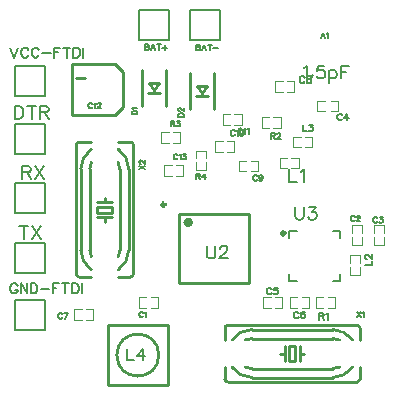
<source format=gto>
G04 Layer: TopSilkLayer*
G04 EasyEDA v6.1.34, Sat, 04 May 2019 03:32:15 GMT*
G04 a282187419204f9284f90a9f3713dfcb,c51538707a8b4a26ae849ea9e5911ac7,10*
G04 Gerber Generator version 0.2*
G04 Scale: 100 percent, Rotated: No, Reflected: No *
G04 Dimensions in millimeters *
G04 leading zeros omitted , absolute positions ,3 integer and 3 decimal *
%FSLAX33Y33*%
%MOMM*%
G90*
G71D02*

%ADD10C,0.254000*%
%ADD26C,0.101600*%
%ADD27C,0.200000*%
%ADD28C,0.203200*%
%ADD29C,0.202999*%
%ADD30C,0.299999*%
%ADD31C,0.399999*%
%ADD32C,0.152400*%

%LPD*%
G54D10*
G01X30480Y2286D02*
G01X30480Y1270D01*
G01X19050Y2286D02*
G01X19050Y1270D01*
G01X21336Y4699D02*
G01X28194Y4699D01*
G01X21336Y5461D02*
G01X28194Y5461D01*
G01X28194Y2159D02*
G01X21336Y2159D01*
G01X19304Y5842D02*
G01X30226Y5842D01*
G01X19050Y5588D02*
G01X19050Y4572D01*
G01X30480Y5588D02*
G01X30480Y4572D01*
G01X28194Y1397D02*
G01X21336Y1397D01*
G01X19304Y1016D02*
G01X30226Y1016D01*
G01X25019Y2794D02*
G01X25019Y4064D01*
G01X25019Y4064D02*
G01X24511Y4064D01*
G01X24511Y4064D02*
G01X24511Y2794D01*
G01X24511Y2794D02*
G01X25019Y2794D01*
G01X25400Y2794D02*
G01X25400Y3429D01*
G01X25400Y3429D02*
G01X25400Y4064D01*
G01X25400Y3429D02*
G01X25781Y3429D01*
G01X24130Y2794D02*
G01X24130Y3429D01*
G01X24130Y3429D02*
G01X24130Y4064D01*
G01X24130Y3429D02*
G01X23749Y3429D01*
G01X10033Y21336D02*
G01X11049Y21336D01*
G01X10033Y9906D02*
G01X11049Y9906D01*
G01X7620Y12192D02*
G01X7620Y19050D01*
G01X6858Y12192D02*
G01X6858Y19050D01*
G01X10160Y19050D02*
G01X10160Y12192D01*
G01X6477Y10160D02*
G01X6477Y21082D01*
G01X6731Y9906D02*
G01X7747Y9906D01*
G01X6731Y21336D02*
G01X7747Y21336D01*
G01X10922Y19050D02*
G01X10922Y12192D01*
G01X11303Y10160D02*
G01X11303Y21082D01*
G01X9525Y15875D02*
G01X8255Y15875D01*
G01X8255Y15875D02*
G01X8255Y15367D01*
G01X8255Y15367D02*
G01X9525Y15367D01*
G01X9525Y15367D02*
G01X9525Y15875D01*
G01X9525Y16256D02*
G01X8890Y16256D01*
G01X8890Y16256D02*
G01X8255Y16256D01*
G01X8890Y16256D02*
G01X8890Y16637D01*
G01X9525Y14986D02*
G01X8890Y14986D01*
G01X8890Y14986D02*
G01X8255Y14986D01*
G01X8890Y14986D02*
G01X8890Y14605D01*
G54D26*
G01X22928Y8178D02*
G01X22293Y8178D01*
G01X22293Y7315D01*
G01X22826Y7315D01*
G01X22928Y7315D01*
G01X23309Y7315D02*
G01X23919Y7315D01*
G01X23919Y8178D01*
G01X23385Y8178D01*
G01X23309Y8178D01*
G01X25585Y7315D02*
G01X26220Y7315D01*
G01X26220Y8178D01*
G01X25687Y8178D01*
G01X25585Y8178D01*
G01X25204Y8178D02*
G01X24594Y8178D01*
G01X24594Y7315D01*
G01X25128Y7315D01*
G01X25204Y7315D01*
G01X6926Y7162D02*
G01X6291Y7162D01*
G01X6291Y6299D01*
G01X6824Y6299D01*
G01X6926Y6299D01*
G01X7307Y6299D02*
G01X7917Y6299D01*
G01X7917Y7162D01*
G01X7383Y7162D01*
G01X7307Y7162D01*
G01X12387Y8178D02*
G01X11752Y8178D01*
G01X11752Y7315D01*
G01X12285Y7315D01*
G01X12387Y7315D01*
G01X12768Y7315D02*
G01X13378Y7315D01*
G01X13378Y8178D01*
G01X12844Y8178D01*
G01X12768Y8178D01*
G01X30657Y13647D02*
G01X30657Y14282D01*
G01X29794Y14282D01*
G01X29794Y13749D01*
G01X29794Y13647D01*
G01X29794Y13266D02*
G01X29794Y12656D01*
G01X30657Y12656D01*
G01X30657Y13190D01*
G01X30657Y13266D01*
G01X32562Y13647D02*
G01X32562Y14282D01*
G01X31699Y14282D01*
G01X31699Y13749D01*
G01X31699Y13647D01*
G01X31699Y13266D02*
G01X31699Y12656D01*
G01X32562Y12656D01*
G01X32562Y13190D01*
G01X32562Y13266D01*
G01X23944Y26466D02*
G01X23309Y26466D01*
G01X23309Y25603D01*
G01X23842Y25603D01*
G01X23944Y25603D01*
G01X24325Y25603D02*
G01X24935Y25603D01*
G01X24935Y26466D01*
G01X24401Y26466D01*
G01X24325Y26466D01*
G01X21267Y18872D02*
G01X21902Y18872D01*
G01X21902Y19735D01*
G01X21369Y19735D01*
G01X21267Y19735D01*
G01X20886Y19735D02*
G01X20276Y19735D01*
G01X20276Y18872D01*
G01X20810Y18872D01*
G01X20886Y18872D01*
G01X18864Y21386D02*
G01X18229Y21386D01*
G01X18229Y20523D01*
G01X18762Y20523D01*
G01X18864Y20523D01*
G01X19245Y20523D02*
G01X19855Y20523D01*
G01X19855Y21386D01*
G01X19321Y21386D01*
G01X19245Y21386D01*
G01X19870Y22809D02*
G01X20505Y22809D01*
G01X20505Y23672D01*
G01X19972Y23672D01*
G01X19870Y23672D01*
G01X19489Y23672D02*
G01X18879Y23672D01*
G01X18879Y22809D01*
G01X19413Y22809D01*
G01X19489Y22809D01*
G01X24696Y19126D02*
G01X25331Y19126D01*
G01X25331Y19989D01*
G01X24798Y19989D01*
G01X24696Y19989D01*
G01X24315Y19989D02*
G01X23705Y19989D01*
G01X23705Y19126D01*
G01X24239Y19126D01*
G01X24315Y19126D01*
G01X30530Y11107D02*
G01X30530Y11742D01*
G01X29667Y11742D01*
G01X29667Y11209D01*
G01X29667Y11107D01*
G01X29667Y10726D02*
G01X29667Y10116D01*
G01X30530Y10116D01*
G01X30530Y10650D01*
G01X30530Y10726D01*
G01X25468Y21767D02*
G01X24833Y21767D01*
G01X24833Y20904D01*
G01X25366Y20904D01*
G01X25468Y20904D01*
G01X25849Y20904D02*
G01X26459Y20904D01*
G01X26459Y21767D01*
G01X25925Y21767D01*
G01X25849Y21767D01*
G01X27381Y8178D02*
G01X26746Y8178D01*
G01X26746Y7315D01*
G01X27279Y7315D01*
G01X27381Y7315D01*
G01X27762Y7315D02*
G01X28371Y7315D01*
G01X28371Y8178D01*
G01X27838Y8178D01*
G01X27762Y8178D01*
G01X23172Y22555D02*
G01X23807Y22555D01*
G01X23807Y23418D01*
G01X23274Y23418D01*
G01X23172Y23418D01*
G01X22791Y23418D02*
G01X22181Y23418D01*
G01X22181Y22555D01*
G01X22715Y22555D01*
G01X22791Y22555D01*
G54D27*
G01X24519Y10159D02*
G01X24519Y9533D01*
G01X25145Y9533D01*
G01X28194Y9533D02*
G01X28820Y9533D01*
G01X28820Y10159D01*
G01X28820Y13208D02*
G01X28820Y13834D01*
G01X28194Y13834D01*
G01X24519Y13208D02*
G01X24519Y13834D01*
G01X25145Y13834D01*
G54D26*
G01X14292Y22148D02*
G01X13657Y22148D01*
G01X13657Y21285D01*
G01X14190Y21285D01*
G01X14292Y21285D01*
G01X14673Y21285D02*
G01X15283Y21285D01*
G01X15283Y22148D01*
G01X14749Y22148D01*
G01X14673Y22148D01*
G54D10*
G01X6478Y26797D02*
G01X7239Y26797D01*
G01X6105Y27931D02*
G01X6105Y23630D01*
G01X6105Y27931D02*
G01X9754Y27931D01*
G01X10405Y24281D02*
G01X10405Y27280D01*
G01X9754Y23630D02*
G01X6105Y23630D01*
G01X9754Y27929D02*
G01X10405Y27280D01*
G01X9754Y23630D02*
G01X10405Y24279D01*
G54D26*
G01X16586Y19626D02*
G01X16586Y18991D01*
G01X17449Y18991D01*
G01X17449Y19524D01*
G01X17449Y19626D01*
G01X17449Y20007D02*
G01X17449Y20617D01*
G01X16586Y20617D01*
G01X16586Y20083D01*
G01X16586Y20007D01*
G01X14546Y19354D02*
G01X13911Y19354D01*
G01X13911Y18491D01*
G01X14444Y18491D01*
G01X14546Y18491D01*
G01X14927Y18491D02*
G01X15537Y18491D01*
G01X15537Y19354D01*
G01X15003Y19354D01*
G01X14927Y19354D01*
G54D10*
G01X9144Y5842D02*
G01X14224Y5842D01*
G01X14224Y762D01*
G01X9144Y762D01*
G01X9144Y5842D01*
G01X21110Y15281D02*
G01X15211Y15281D01*
G01X15211Y9381D01*
G01X21110Y9381D01*
G01X21110Y15281D01*
G01X13081Y25730D02*
G01X12674Y26314D01*
G01X12674Y26314D02*
G01X13487Y26314D01*
G01X13487Y26314D02*
G01X13081Y25730D01*
G01X12081Y24408D02*
G01X12081Y27407D01*
G01X14080Y27407D02*
G01X14080Y24408D01*
G01X12573Y25501D02*
G01X13589Y25501D01*
G01X17145Y25476D02*
G01X16738Y26060D01*
G01X16738Y26060D02*
G01X17551Y26060D01*
G01X17551Y26060D02*
G01X17145Y25476D01*
G01X16145Y24154D02*
G01X16145Y27153D01*
G01X18144Y27153D02*
G01X18144Y24154D01*
G01X16637Y25247D02*
G01X17653Y25247D01*
G54D28*
G01X14351Y29972D02*
G01X11811Y29972D01*
G01X11811Y32512D01*
G01X14351Y32512D01*
G01X14351Y30607D01*
G54D29*
G01X14351Y29972D02*
G01X14351Y30607D01*
G54D28*
G01X18669Y29972D02*
G01X16129Y29972D01*
G01X16129Y32512D01*
G01X18669Y32512D01*
G01X18669Y30607D01*
G54D29*
G01X18669Y29972D02*
G01X18669Y30607D01*
G54D28*
G01X3810Y25273D02*
G01X1270Y25273D01*
G01X1270Y27813D01*
G01X3810Y27813D01*
G01X3810Y25908D01*
G54D29*
G01X3810Y25273D02*
G01X3810Y25908D01*
G54D28*
G01X3810Y20320D02*
G01X1270Y20320D01*
G01X1270Y22860D01*
G01X3810Y22860D01*
G01X3810Y20955D01*
G54D29*
G01X3810Y20320D02*
G01X3810Y20955D01*
G54D28*
G01X3810Y15367D02*
G01X1270Y15367D01*
G01X1270Y17907D01*
G01X3810Y17907D01*
G01X3810Y16002D01*
G54D29*
G01X3810Y15367D02*
G01X3810Y16002D01*
G54D28*
G01X3810Y10287D02*
G01X1270Y10287D01*
G01X1270Y12827D01*
G01X3810Y12827D01*
G01X3810Y10922D01*
G54D29*
G01X3810Y10287D02*
G01X3810Y10922D01*
G54D28*
G01X3810Y5461D02*
G01X1270Y5461D01*
G01X1270Y8001D01*
G01X3810Y8001D01*
G01X3810Y6096D01*
G54D29*
G01X3810Y5461D02*
G01X3810Y6096D01*
G54D26*
G01X27500Y24815D02*
G01X26865Y24815D01*
G01X26865Y23952D01*
G01X27398Y23952D01*
G01X27500Y23952D01*
G01X28003Y23952D02*
G01X28638Y23952D01*
G01X28638Y24815D01*
G01X28105Y24815D01*
G01X28003Y24815D01*
G54D32*
G01X30226Y6985D02*
G01X30543Y6507D01*
G01X30543Y6985D02*
G01X30226Y6507D01*
G01X30693Y6896D02*
G01X30739Y6918D01*
G01X30807Y6985D01*
G01X30807Y6507D01*
G01X11811Y19024D02*
G01X12288Y19342D01*
G01X11811Y19342D02*
G01X12288Y19024D01*
G01X11922Y19514D02*
G01X11899Y19514D01*
G01X11856Y19537D01*
G01X11833Y19560D01*
G01X11811Y19606D01*
G01X11811Y19697D01*
G01X11833Y19743D01*
G01X11856Y19766D01*
G01X11899Y19789D01*
G01X11945Y19789D01*
G01X11991Y19766D01*
G01X12059Y19720D01*
G01X12288Y19491D01*
G01X12288Y19811D01*
G01X23014Y8879D02*
G01X22987Y8935D01*
G01X22933Y8989D01*
G01X22877Y9016D01*
G01X22768Y9016D01*
G01X22715Y8989D01*
G01X22659Y8935D01*
G01X22633Y8879D01*
G01X22606Y8798D01*
G01X22606Y8661D01*
G01X22633Y8580D01*
G01X22659Y8526D01*
G01X22715Y8470D01*
G01X22768Y8442D01*
G01X22877Y8442D01*
G01X22933Y8470D01*
G01X22987Y8526D01*
G01X23014Y8580D01*
G01X23522Y9016D02*
G01X23248Y9016D01*
G01X23223Y8770D01*
G01X23248Y8798D01*
G01X23332Y8826D01*
G01X23413Y8826D01*
G01X23495Y8798D01*
G01X23550Y8742D01*
G01X23576Y8661D01*
G01X23576Y8608D01*
G01X23550Y8526D01*
G01X23495Y8470D01*
G01X23413Y8442D01*
G01X23332Y8442D01*
G01X23248Y8470D01*
G01X23223Y8498D01*
G01X23195Y8552D01*
G01X25300Y6847D02*
G01X25273Y6903D01*
G01X25219Y6957D01*
G01X25163Y6985D01*
G01X25054Y6985D01*
G01X25001Y6957D01*
G01X24945Y6903D01*
G01X24919Y6847D01*
G01X24892Y6766D01*
G01X24892Y6629D01*
G01X24919Y6548D01*
G01X24945Y6494D01*
G01X25001Y6438D01*
G01X25054Y6410D01*
G01X25163Y6410D01*
G01X25219Y6438D01*
G01X25273Y6494D01*
G01X25300Y6548D01*
G01X25808Y6903D02*
G01X25781Y6957D01*
G01X25699Y6985D01*
G01X25643Y6985D01*
G01X25562Y6957D01*
G01X25509Y6875D01*
G01X25481Y6738D01*
G01X25481Y6604D01*
G01X25509Y6494D01*
G01X25562Y6438D01*
G01X25643Y6410D01*
G01X25671Y6410D01*
G01X25753Y6438D01*
G01X25808Y6494D01*
G01X25836Y6576D01*
G01X25836Y6604D01*
G01X25808Y6685D01*
G01X25753Y6738D01*
G01X25671Y6766D01*
G01X25643Y6766D01*
G01X25562Y6738D01*
G01X25509Y6685D01*
G01X25481Y6604D01*
G01X5293Y6746D02*
G01X5270Y6791D01*
G01X5224Y6835D01*
G01X5179Y6857D01*
G01X5090Y6857D01*
G01X5044Y6835D01*
G01X4998Y6791D01*
G01X4975Y6746D01*
G01X4953Y6677D01*
G01X4953Y6563D01*
G01X4975Y6494D01*
G01X4998Y6449D01*
G01X5044Y6403D01*
G01X5090Y6380D01*
G01X5179Y6380D01*
G01X5224Y6403D01*
G01X5270Y6449D01*
G01X5293Y6494D01*
G01X5763Y6857D02*
G01X5534Y6380D01*
G01X5443Y6857D02*
G01X5763Y6857D01*
G01X12151Y6873D02*
G01X12128Y6918D01*
G01X12082Y6962D01*
G01X12037Y6984D01*
G01X11948Y6984D01*
G01X11902Y6962D01*
G01X11856Y6918D01*
G01X11833Y6873D01*
G01X11811Y6804D01*
G01X11811Y6690D01*
G01X11833Y6621D01*
G01X11856Y6576D01*
G01X11902Y6530D01*
G01X11948Y6507D01*
G01X12037Y6507D01*
G01X12082Y6530D01*
G01X12128Y6576D01*
G01X12151Y6621D01*
G01X12301Y6896D02*
G01X12346Y6918D01*
G01X12415Y6984D01*
G01X12415Y6507D01*
G01X30058Y15001D02*
G01X30035Y15046D01*
G01X29989Y15090D01*
G01X29944Y15113D01*
G01X29855Y15113D01*
G01X29809Y15090D01*
G01X29763Y15046D01*
G01X29740Y15001D01*
G01X29717Y14932D01*
G01X29717Y14818D01*
G01X29740Y14749D01*
G01X29763Y14704D01*
G01X29809Y14658D01*
G01X29855Y14635D01*
G01X29944Y14635D01*
G01X29989Y14658D01*
G01X30035Y14704D01*
G01X30058Y14749D01*
G01X30231Y15001D02*
G01X30231Y15024D01*
G01X30253Y15067D01*
G01X30276Y15090D01*
G01X30322Y15113D01*
G01X30413Y15113D01*
G01X30459Y15090D01*
G01X30482Y15067D01*
G01X30505Y15024D01*
G01X30505Y14978D01*
G01X30482Y14932D01*
G01X30436Y14864D01*
G01X30208Y14635D01*
G01X30528Y14635D01*
G01X31963Y14874D02*
G01X31940Y14919D01*
G01X31894Y14963D01*
G01X31849Y14986D01*
G01X31760Y14986D01*
G01X31714Y14963D01*
G01X31668Y14919D01*
G01X31645Y14874D01*
G01X31623Y14805D01*
G01X31623Y14691D01*
G01X31645Y14622D01*
G01X31668Y14577D01*
G01X31714Y14531D01*
G01X31760Y14508D01*
G01X31849Y14508D01*
G01X31894Y14531D01*
G01X31940Y14577D01*
G01X31963Y14622D01*
G01X32158Y14986D02*
G01X32410Y14986D01*
G01X32273Y14805D01*
G01X32341Y14805D01*
G01X32387Y14782D01*
G01X32410Y14759D01*
G01X32433Y14691D01*
G01X32433Y14645D01*
G01X32410Y14577D01*
G01X32364Y14531D01*
G01X32296Y14508D01*
G01X32227Y14508D01*
G01X32158Y14531D01*
G01X32136Y14554D01*
G01X32113Y14599D01*
G01X25808Y26786D02*
G01X25781Y26842D01*
G01X25727Y26896D01*
G01X25671Y26923D01*
G01X25562Y26923D01*
G01X25509Y26896D01*
G01X25453Y26842D01*
G01X25427Y26786D01*
G01X25400Y26705D01*
G01X25400Y26568D01*
G01X25427Y26487D01*
G01X25453Y26433D01*
G01X25509Y26377D01*
G01X25562Y26349D01*
G01X25671Y26349D01*
G01X25727Y26377D01*
G01X25781Y26433D01*
G01X25808Y26487D01*
G01X26126Y26923D02*
G01X26042Y26896D01*
G01X26017Y26842D01*
G01X26017Y26786D01*
G01X26042Y26733D01*
G01X26098Y26705D01*
G01X26207Y26677D01*
G01X26289Y26649D01*
G01X26344Y26596D01*
G01X26370Y26542D01*
G01X26370Y26459D01*
G01X26344Y26405D01*
G01X26316Y26377D01*
G01X26235Y26349D01*
G01X26126Y26349D01*
G01X26042Y26377D01*
G01X26017Y26405D01*
G01X25989Y26459D01*
G01X25989Y26542D01*
G01X26017Y26596D01*
G01X26070Y26649D01*
G01X26151Y26677D01*
G01X26261Y26705D01*
G01X26316Y26733D01*
G01X26344Y26786D01*
G01X26344Y26842D01*
G01X26316Y26896D01*
G01X26235Y26923D01*
G01X26126Y26923D01*
G01X21803Y18430D02*
G01X21780Y18475D01*
G01X21734Y18519D01*
G01X21689Y18542D01*
G01X21600Y18542D01*
G01X21554Y18519D01*
G01X21508Y18475D01*
G01X21485Y18430D01*
G01X21463Y18361D01*
G01X21463Y18247D01*
G01X21485Y18178D01*
G01X21508Y18133D01*
G01X21554Y18087D01*
G01X21600Y18064D01*
G01X21689Y18064D01*
G01X21734Y18087D01*
G01X21780Y18133D01*
G01X21803Y18178D01*
G01X22250Y18384D02*
G01X22227Y18315D01*
G01X22181Y18270D01*
G01X22113Y18247D01*
G01X22090Y18247D01*
G01X22021Y18270D01*
G01X21976Y18315D01*
G01X21953Y18384D01*
G01X21953Y18407D01*
G01X21976Y18475D01*
G01X22021Y18519D01*
G01X22090Y18542D01*
G01X22113Y18542D01*
G01X22181Y18519D01*
G01X22227Y18475D01*
G01X22250Y18384D01*
G01X22250Y18270D01*
G01X22227Y18155D01*
G01X22181Y18087D01*
G01X22113Y18064D01*
G01X22067Y18064D01*
G01X21998Y18087D01*
G01X21976Y18133D01*
G01X19898Y22240D02*
G01X19875Y22285D01*
G01X19829Y22329D01*
G01X19784Y22351D01*
G01X19695Y22351D01*
G01X19649Y22329D01*
G01X19603Y22285D01*
G01X19580Y22240D01*
G01X19558Y22171D01*
G01X19558Y22057D01*
G01X19580Y21988D01*
G01X19603Y21943D01*
G01X19649Y21897D01*
G01X19695Y21874D01*
G01X19784Y21874D01*
G01X19829Y21897D01*
G01X19875Y21943D01*
G01X19898Y21988D01*
G01X20048Y22263D02*
G01X20093Y22285D01*
G01X20162Y22351D01*
G01X20162Y21874D01*
G01X20449Y22351D02*
G01X20380Y22329D01*
G01X20335Y22263D01*
G01X20312Y22148D01*
G01X20312Y22080D01*
G01X20335Y21965D01*
G01X20380Y21897D01*
G01X20449Y21874D01*
G01X20495Y21874D01*
G01X20561Y21897D01*
G01X20607Y21965D01*
G01X20629Y22080D01*
G01X20629Y22148D01*
G01X20607Y22263D01*
G01X20561Y22329D01*
G01X20495Y22351D01*
G01X20449Y22351D01*
G01X20533Y22385D02*
G01X20510Y22430D01*
G01X20464Y22473D01*
G01X20419Y22496D01*
G01X20330Y22496D01*
G01X20284Y22473D01*
G01X20238Y22430D01*
G01X20215Y22385D01*
G01X20193Y22316D01*
G01X20193Y22202D01*
G01X20215Y22133D01*
G01X20238Y22087D01*
G01X20284Y22042D01*
G01X20330Y22019D01*
G01X20419Y22019D01*
G01X20464Y22042D01*
G01X20510Y22087D01*
G01X20533Y22133D01*
G01X20683Y22407D02*
G01X20728Y22430D01*
G01X20797Y22496D01*
G01X20797Y22019D01*
G01X20947Y22407D02*
G01X20993Y22430D01*
G01X21061Y22496D01*
G01X21061Y22019D01*
G01X24518Y19027D02*
G01X24518Y17937D01*
G01X24518Y17937D02*
G01X25140Y17937D01*
G01X25483Y18821D02*
G01X25587Y18872D01*
G01X25745Y19027D01*
G01X25745Y17937D01*
G01X30924Y10929D02*
G01X31498Y10929D01*
G01X31498Y10929D02*
G01X31498Y11257D01*
G01X31061Y11463D02*
G01X31033Y11463D01*
G01X30980Y11490D01*
G01X30952Y11518D01*
G01X30924Y11572D01*
G01X30924Y11681D01*
G01X30952Y11737D01*
G01X30980Y11765D01*
G01X31033Y11790D01*
G01X31089Y11790D01*
G01X31142Y11765D01*
G01X31224Y11709D01*
G01X31498Y11437D01*
G01X31498Y11818D01*
G01X25646Y22816D02*
G01X25646Y22242D01*
G01X25646Y22242D02*
G01X25974Y22242D01*
G01X26207Y22816D02*
G01X26507Y22816D01*
G01X26344Y22598D01*
G01X26426Y22598D01*
G01X26482Y22570D01*
G01X26507Y22542D01*
G01X26535Y22461D01*
G01X26535Y22407D01*
G01X26507Y22326D01*
G01X26454Y22270D01*
G01X26372Y22242D01*
G01X26289Y22242D01*
G01X26207Y22270D01*
G01X26179Y22298D01*
G01X26154Y22352D01*
G01X27051Y6857D02*
G01X27051Y6283D01*
G01X27051Y6857D02*
G01X27297Y6857D01*
G01X27378Y6830D01*
G01X27406Y6802D01*
G01X27432Y6748D01*
G01X27432Y6692D01*
G01X27406Y6639D01*
G01X27378Y6611D01*
G01X27297Y6583D01*
G01X27051Y6583D01*
G01X27241Y6583D02*
G01X27432Y6283D01*
G01X27612Y6748D02*
G01X27668Y6776D01*
G01X27749Y6857D01*
G01X27749Y6283D01*
G01X22994Y22105D02*
G01X22994Y21628D01*
G01X22994Y22105D02*
G01X23200Y22105D01*
G01X23266Y22082D01*
G01X23289Y22059D01*
G01X23312Y22016D01*
G01X23312Y21971D01*
G01X23289Y21925D01*
G01X23266Y21902D01*
G01X23200Y21879D01*
G01X22994Y21879D01*
G01X23154Y21879D02*
G01X23312Y21628D01*
G01X23484Y21993D02*
G01X23484Y22016D01*
G01X23507Y22059D01*
G01X23530Y22082D01*
G01X23576Y22105D01*
G01X23667Y22105D01*
G01X23713Y22082D01*
G01X23736Y22059D01*
G01X23759Y22016D01*
G01X23759Y21971D01*
G01X23736Y21925D01*
G01X23690Y21856D01*
G01X23461Y21628D01*
G01X23782Y21628D01*
G01X25019Y15862D02*
G01X25019Y15085D01*
G01X25069Y14927D01*
G01X25173Y14823D01*
G01X25331Y14772D01*
G01X25435Y14772D01*
G01X25590Y14823D01*
G01X25694Y14927D01*
G01X25745Y15085D01*
G01X25745Y15862D01*
G01X26192Y15862D02*
G01X26763Y15862D01*
G01X26454Y15448D01*
G01X26609Y15448D01*
G01X26713Y15394D01*
G01X26763Y15344D01*
G01X26817Y15189D01*
G01X26817Y15085D01*
G01X26763Y14927D01*
G01X26659Y14823D01*
G01X26504Y14772D01*
G01X26349Y14772D01*
G01X26192Y14823D01*
G01X26141Y14876D01*
G01X26088Y14980D01*
G01X14470Y23141D02*
G01X14470Y22664D01*
G01X14470Y23141D02*
G01X14676Y23141D01*
G01X14742Y23119D01*
G01X14765Y23096D01*
G01X14787Y23053D01*
G01X14787Y23007D01*
G01X14765Y22961D01*
G01X14742Y22938D01*
G01X14676Y22915D01*
G01X14470Y22915D01*
G01X14630Y22915D02*
G01X14787Y22664D01*
G01X14983Y23141D02*
G01X15234Y23141D01*
G01X15097Y22961D01*
G01X15166Y22961D01*
G01X15212Y22938D01*
G01X15234Y22915D01*
G01X15257Y22847D01*
G01X15257Y22801D01*
G01X15234Y22733D01*
G01X15189Y22687D01*
G01X15120Y22664D01*
G01X15052Y22664D01*
G01X14983Y22687D01*
G01X14960Y22710D01*
G01X14937Y22755D01*
G01X7833Y24542D02*
G01X7810Y24588D01*
G01X7764Y24634D01*
G01X7719Y24657D01*
G01X7630Y24657D01*
G01X7584Y24634D01*
G01X7538Y24588D01*
G01X7515Y24542D01*
G01X7492Y24474D01*
G01X7492Y24362D01*
G01X7515Y24293D01*
G01X7538Y24248D01*
G01X7584Y24202D01*
G01X7630Y24179D01*
G01X7719Y24179D01*
G01X7764Y24202D01*
G01X7810Y24248D01*
G01X7833Y24293D01*
G01X7983Y24565D02*
G01X8028Y24588D01*
G01X8097Y24657D01*
G01X8097Y24179D01*
G01X8270Y24542D02*
G01X8270Y24565D01*
G01X8293Y24611D01*
G01X8315Y24634D01*
G01X8361Y24657D01*
G01X8453Y24657D01*
G01X8498Y24634D01*
G01X8519Y24611D01*
G01X8541Y24565D01*
G01X8541Y24519D01*
G01X8519Y24474D01*
G01X8475Y24405D01*
G01X8247Y24179D01*
G01X8564Y24179D01*
G01X16637Y18669D02*
G01X16637Y18191D01*
G01X16637Y18669D02*
G01X16842Y18669D01*
G01X16908Y18646D01*
G01X16931Y18623D01*
G01X16954Y18580D01*
G01X16954Y18534D01*
G01X16931Y18488D01*
G01X16908Y18465D01*
G01X16842Y18442D01*
G01X16637Y18442D01*
G01X16797Y18442D02*
G01X16954Y18191D01*
G01X17332Y18669D02*
G01X17104Y18351D01*
G01X17447Y18351D01*
G01X17332Y18669D02*
G01X17332Y18191D01*
G01X15064Y20236D02*
G01X15041Y20281D01*
G01X14996Y20325D01*
G01X14950Y20347D01*
G01X14861Y20347D01*
G01X14815Y20325D01*
G01X14770Y20281D01*
G01X14747Y20236D01*
G01X14724Y20167D01*
G01X14724Y20053D01*
G01X14747Y19984D01*
G01X14770Y19939D01*
G01X14815Y19893D01*
G01X14861Y19870D01*
G01X14950Y19870D01*
G01X14996Y19893D01*
G01X15041Y19939D01*
G01X15064Y19984D01*
G01X15214Y20259D02*
G01X15260Y20281D01*
G01X15328Y20347D01*
G01X15328Y19870D01*
G01X15524Y20347D02*
G01X15773Y20347D01*
G01X15638Y20167D01*
G01X15707Y20167D01*
G01X15750Y20144D01*
G01X15773Y20121D01*
G01X15796Y20053D01*
G01X15796Y20007D01*
G01X15773Y19939D01*
G01X15727Y19893D01*
G01X15661Y19870D01*
G01X15593Y19870D01*
G01X15524Y19893D01*
G01X15501Y19916D01*
G01X15478Y19961D01*
G01X10795Y3848D02*
G01X10795Y2893D01*
G01X10795Y2893D02*
G01X11341Y2893D01*
G01X12095Y3848D02*
G01X11640Y3210D01*
G01X12321Y3210D01*
G01X12095Y3848D02*
G01X12095Y2893D01*
G01X17526Y12573D02*
G01X17526Y11793D01*
G01X17576Y11635D01*
G01X17680Y11534D01*
G01X17838Y11480D01*
G01X17942Y11480D01*
G01X18097Y11534D01*
G01X18201Y11635D01*
G01X18252Y11793D01*
G01X18252Y12573D01*
G01X18648Y12311D02*
G01X18648Y12364D01*
G01X18699Y12468D01*
G01X18752Y12519D01*
G01X18856Y12573D01*
G01X19062Y12573D01*
G01X19166Y12519D01*
G01X19220Y12468D01*
G01X19270Y12364D01*
G01X19270Y12260D01*
G01X19220Y12156D01*
G01X19116Y12001D01*
G01X18595Y11480D01*
G01X19324Y11480D01*
G01X11176Y23675D02*
G01X11653Y23675D01*
G01X11176Y23675D02*
G01X11176Y23835D01*
G01X11198Y23903D01*
G01X11242Y23949D01*
G01X11287Y23972D01*
G01X11356Y23995D01*
G01X11470Y23995D01*
G01X11539Y23972D01*
G01X11584Y23949D01*
G01X11630Y23903D01*
G01X11653Y23835D01*
G01X11653Y23675D01*
G01X11264Y24145D02*
G01X11242Y24190D01*
G01X11176Y24257D01*
G01X11653Y24257D01*
G01X15112Y23469D02*
G01X15590Y23469D01*
G01X15112Y23469D02*
G01X15112Y23629D01*
G01X15135Y23698D01*
G01X15179Y23743D01*
G01X15224Y23766D01*
G01X15293Y23789D01*
G01X15407Y23789D01*
G01X15476Y23766D01*
G01X15521Y23743D01*
G01X15567Y23698D01*
G01X15590Y23629D01*
G01X15590Y23469D01*
G01X15224Y23962D02*
G01X15201Y23962D01*
G01X15158Y23985D01*
G01X15135Y24005D01*
G01X15112Y24051D01*
G01X15112Y24142D01*
G01X15135Y24188D01*
G01X15158Y24211D01*
G01X15201Y24234D01*
G01X15247Y24234D01*
G01X15293Y24211D01*
G01X15361Y24165D01*
G01X15590Y23939D01*
G01X15590Y24256D01*
G01X12319Y29608D02*
G01X12319Y29131D01*
G01X12319Y29608D02*
G01X12524Y29608D01*
G01X12590Y29585D01*
G01X12613Y29563D01*
G01X12636Y29519D01*
G01X12636Y29474D01*
G01X12613Y29428D01*
G01X12590Y29405D01*
G01X12524Y29382D01*
G01X12319Y29382D02*
G01X12524Y29382D01*
G01X12590Y29359D01*
G01X12613Y29336D01*
G01X12636Y29291D01*
G01X12636Y29222D01*
G01X12613Y29176D01*
G01X12590Y29154D01*
G01X12524Y29131D01*
G01X12319Y29131D01*
G01X12969Y29608D02*
G01X12786Y29131D01*
G01X12969Y29608D02*
G01X13149Y29131D01*
G01X12854Y29291D02*
G01X13083Y29291D01*
G01X13459Y29608D02*
G01X13459Y29131D01*
G01X13301Y29608D02*
G01X13619Y29608D01*
G01X13972Y29542D02*
G01X13972Y29131D01*
G01X13769Y29336D02*
G01X14178Y29336D01*
G01X27360Y30607D02*
G01X27178Y30129D01*
G01X27360Y30607D02*
G01X27541Y30129D01*
G01X27246Y30289D02*
G01X27472Y30289D01*
G01X27691Y30518D02*
G01X27736Y30540D01*
G01X27805Y30607D01*
G01X27805Y30129D01*
G01X16637Y29591D02*
G01X16637Y29113D01*
G01X16637Y29591D02*
G01X16842Y29591D01*
G01X16908Y29568D01*
G01X16931Y29545D01*
G01X16954Y29502D01*
G01X16954Y29456D01*
G01X16931Y29410D01*
G01X16908Y29387D01*
G01X16842Y29364D01*
G01X16637Y29364D02*
G01X16842Y29364D01*
G01X16908Y29342D01*
G01X16931Y29319D01*
G01X16954Y29273D01*
G01X16954Y29204D01*
G01X16931Y29159D01*
G01X16908Y29136D01*
G01X16842Y29113D01*
G01X16637Y29113D01*
G01X17287Y29591D02*
G01X17104Y29113D01*
G01X17287Y29591D02*
G01X17467Y29113D01*
G01X17172Y29273D02*
G01X17401Y29273D01*
G01X17777Y29591D02*
G01X17777Y29113D01*
G01X17619Y29591D02*
G01X17937Y29591D01*
G01X18087Y29319D02*
G01X18496Y29319D01*
G01X889Y29331D02*
G01X1216Y28473D01*
G01X1544Y29331D02*
G01X1216Y28473D01*
G01X2428Y29128D02*
G01X2385Y29210D01*
G01X2303Y29291D01*
G01X2222Y29331D01*
G01X2059Y29331D01*
G01X1976Y29291D01*
G01X1894Y29210D01*
G01X1854Y29128D01*
G01X1813Y29004D01*
G01X1813Y28801D01*
G01X1854Y28679D01*
G01X1894Y28595D01*
G01X1976Y28514D01*
G01X2059Y28473D01*
G01X2222Y28473D01*
G01X2303Y28514D01*
G01X2385Y28595D01*
G01X2428Y28679D01*
G01X3309Y29128D02*
G01X3268Y29210D01*
G01X3187Y29291D01*
G01X3106Y29331D01*
G01X2943Y29331D01*
G01X2860Y29291D01*
G01X2778Y29210D01*
G01X2738Y29128D01*
G01X2697Y29004D01*
G01X2697Y28801D01*
G01X2738Y28679D01*
G01X2778Y28595D01*
G01X2860Y28514D01*
G01X2943Y28473D01*
G01X3106Y28473D01*
G01X3187Y28514D01*
G01X3268Y28595D01*
G01X3309Y28679D01*
G01X3581Y28841D02*
G01X4318Y28841D01*
G01X4587Y29331D02*
G01X4587Y28473D01*
G01X4587Y29331D02*
G01X5118Y29331D01*
G01X4587Y28922D02*
G01X4914Y28922D01*
G01X5674Y29331D02*
G01X5674Y28473D01*
G01X5389Y29331D02*
G01X5961Y29331D01*
G01X6230Y29331D02*
G01X6230Y28473D01*
G01X6230Y29331D02*
G01X6517Y29331D01*
G01X6639Y29291D01*
G01X6723Y29210D01*
G01X6764Y29128D01*
G01X6804Y29004D01*
G01X6804Y28801D01*
G01X6764Y28679D01*
G01X6723Y28595D01*
G01X6639Y28514D01*
G01X6517Y28473D01*
G01X6230Y28473D01*
G01X7073Y29331D02*
G01X7073Y28473D01*
G01X1270Y24371D02*
G01X1270Y23281D01*
G01X1270Y24371D02*
G01X1633Y24371D01*
G01X1790Y24320D01*
G01X1892Y24216D01*
G01X1945Y24112D01*
G01X1996Y23957D01*
G01X1996Y23698D01*
G01X1945Y23540D01*
G01X1892Y23436D01*
G01X1790Y23332D01*
G01X1633Y23281D01*
G01X1270Y23281D01*
G01X2705Y24371D02*
G01X2705Y23281D01*
G01X2339Y24371D02*
G01X3068Y24371D01*
G01X3411Y24371D02*
G01X3411Y23281D01*
G01X3411Y24371D02*
G01X3878Y24371D01*
G01X4033Y24320D01*
G01X4086Y24269D01*
G01X4137Y24165D01*
G01X4137Y24061D01*
G01X4086Y23957D01*
G01X4033Y23903D01*
G01X3878Y23853D01*
G01X3411Y23853D01*
G01X3774Y23853D02*
G01X4137Y23281D01*
G01X1905Y19291D02*
G01X1905Y18201D01*
G01X1905Y19291D02*
G01X2372Y19291D01*
G01X2527Y19240D01*
G01X2580Y19189D01*
G01X2631Y19085D01*
G01X2631Y18981D01*
G01X2580Y18877D01*
G01X2527Y18823D01*
G01X2372Y18773D01*
G01X1905Y18773D01*
G01X2268Y18773D02*
G01X2631Y18201D01*
G01X2974Y19291D02*
G01X3703Y18201D01*
G01X3703Y19291D02*
G01X2974Y18201D01*
G01X2014Y14223D02*
G01X2014Y13134D01*
G01X1651Y14223D02*
G01X2377Y14223D01*
G01X2720Y14223D02*
G01X3449Y13134D01*
G01X3449Y14223D02*
G01X2720Y13134D01*
G01X1503Y9177D02*
G01X1460Y9258D01*
G01X1379Y9339D01*
G01X1297Y9380D01*
G01X1135Y9380D01*
G01X1051Y9339D01*
G01X970Y9258D01*
G01X929Y9177D01*
G01X889Y9052D01*
G01X889Y8849D01*
G01X929Y8727D01*
G01X970Y8643D01*
G01X1051Y8562D01*
G01X1135Y8521D01*
G01X1297Y8521D01*
G01X1379Y8562D01*
G01X1460Y8643D01*
G01X1503Y8727D01*
G01X1503Y8849D01*
G01X1297Y8849D02*
G01X1503Y8849D01*
G01X1772Y9380D02*
G01X1772Y8521D01*
G01X1772Y9380D02*
G01X2344Y8521D01*
G01X2344Y9380D02*
G01X2344Y8521D01*
G01X2616Y9380D02*
G01X2616Y8521D01*
G01X2616Y9380D02*
G01X2900Y9380D01*
G01X3025Y9339D01*
G01X3106Y9258D01*
G01X3147Y9177D01*
G01X3187Y9052D01*
G01X3187Y8849D01*
G01X3147Y8727D01*
G01X3106Y8643D01*
G01X3025Y8562D01*
G01X2900Y8521D01*
G01X2616Y8521D01*
G01X3456Y8890D02*
G01X4193Y8890D01*
G01X4465Y9380D02*
G01X4465Y8521D01*
G01X4465Y9380D02*
G01X4996Y9380D01*
G01X4465Y8971D02*
G01X4792Y8971D01*
G01X5552Y9380D02*
G01X5552Y8521D01*
G01X5265Y9380D02*
G01X5839Y9380D01*
G01X6108Y9380D02*
G01X6108Y8521D01*
G01X6108Y9380D02*
G01X6395Y9380D01*
G01X6517Y9339D01*
G01X6598Y9258D01*
G01X6639Y9177D01*
G01X6682Y9052D01*
G01X6682Y8849D01*
G01X6639Y8727D01*
G01X6598Y8643D01*
G01X6517Y8562D01*
G01X6395Y8521D01*
G01X6108Y8521D01*
G01X6951Y9380D02*
G01X6951Y8521D01*
G01X28983Y23611D02*
G01X28956Y23667D01*
G01X28902Y23721D01*
G01X28846Y23749D01*
G01X28737Y23749D01*
G01X28684Y23721D01*
G01X28628Y23667D01*
G01X28602Y23611D01*
G01X28575Y23530D01*
G01X28575Y23393D01*
G01X28602Y23312D01*
G01X28628Y23258D01*
G01X28684Y23202D01*
G01X28737Y23174D01*
G01X28846Y23174D01*
G01X28902Y23202D01*
G01X28956Y23258D01*
G01X28983Y23312D01*
G01X29436Y23749D02*
G01X29164Y23368D01*
G01X29573Y23368D01*
G01X29436Y23749D02*
G01X29436Y23174D01*
G01X25773Y27604D02*
G01X25877Y27655D01*
G01X26032Y27810D01*
G01X26032Y26720D01*
G01X26428Y26979D02*
G01X26375Y26929D01*
G01X26428Y26875D01*
G01X26479Y26929D01*
G01X26428Y26979D01*
G01X27447Y27810D02*
G01X26926Y27810D01*
G01X26875Y27343D01*
G01X26926Y27396D01*
G01X27081Y27447D01*
G01X27238Y27447D01*
G01X27393Y27396D01*
G01X27498Y27292D01*
G01X27551Y27137D01*
G01X27551Y27033D01*
G01X27498Y26875D01*
G01X27393Y26771D01*
G01X27238Y26720D01*
G01X27081Y26720D01*
G01X26926Y26771D01*
G01X26875Y26824D01*
G01X26822Y26929D01*
G01X27894Y27447D02*
G01X27894Y26357D01*
G01X27894Y27292D02*
G01X27995Y27396D01*
G01X28100Y27447D01*
G01X28257Y27447D01*
G01X28361Y27396D01*
G01X28465Y27292D01*
G01X28516Y27137D01*
G01X28516Y27033D01*
G01X28465Y26875D01*
G01X28361Y26771D01*
G01X28257Y26720D01*
G01X28100Y26720D01*
G01X27995Y26771D01*
G01X27894Y26875D01*
G01X28859Y27810D02*
G01X28859Y26720D01*
G01X28859Y27810D02*
G01X29535Y27810D01*
G01X28859Y27292D02*
G01X29276Y27292D01*
G54D10*
G75*
G01X29874Y2286D02*
G02X28194Y1397I-1680J1143D01*
G01*
G75*
G01X21336Y1397D02*
G02X19656Y2286I0J2032D01*
G01*
G75*
G01X19304Y5842D02*
G03X19050Y5588I0J-254D01*
G01*
G75*
G01X21336Y4699D02*
G03X20782Y4572I0J-1270D01*
G01*
G75*
G01X21336Y2159D02*
G02X20782Y2286I0J1270D01*
G01*
G75*
G01X21336Y5461D02*
G03X19656Y4572I0J-2032D01*
G01*
G75*
G01X29874Y4572D02*
G03X28194Y5461I-1680J-1143D01*
G01*
G75*
G01X28748Y4572D02*
G03X28194Y4699I-554J-1143D01*
G01*
G75*
G01X28748Y2286D02*
G02X28194Y2159I-554J1143D01*
G01*
G75*
G01X30480Y5588D02*
G03X30226Y5842I-254J0D01*
G01*
G75*
G01X19304Y1016D02*
G02X19050Y1270I0J254D01*
G01*
G75*
G01X30480Y1270D02*
G02X30226Y1016I-254J0D01*
G01*
G75*
G01X10033Y20730D02*
G02X10922Y19050I-1143J-1680D01*
G01*
G75*
G01X10922Y12192D02*
G02X10033Y10512I-2032J0D01*
G01*
G75*
G01X6477Y10160D02*
G03X6731Y9906I254J0D01*
G01*
G75*
G01X7620Y12192D02*
G03X7747Y11638I1270J0D01*
G01*
G75*
G01X10160Y12192D02*
G02X10033Y11638I-1270J0D01*
G01*
G75*
G01X6858Y12192D02*
G03X7747Y10512I2032J0D01*
G01*
G75*
G01X7747Y20730D02*
G03X6858Y19050I1143J-1680D01*
G01*
G75*
G01X7747Y19604D02*
G03X7620Y19050I1143J-554D01*
G01*
G75*
G01X10033Y19604D02*
G02X10160Y19050I-1143J-554D01*
G01*
G75*
G01X6731Y21336D02*
G03X6477Y21082I0J-254D01*
G01*
G75*
G01X11303Y10160D02*
G02X11049Y9906I-254J0D01*
G01*
G75*
G01X11049Y21336D02*
G02X11303Y21082I0J-254D01*
G01*
G54D30*
G75*
G01X24145Y13635D02*
G03X24145Y13632I-150J-2D01*
G01*
G75*
G01X14011Y16032D02*
G03X14011Y16030I-150J-1D01*
G01*
G54D31*
G75*
G01X16162Y14531D02*
G03X16162Y14529I-200J-1D01*
G01*
G54D10*
G75*
G01X13462Y3302D02*
G03X13462Y3302I-1778J0D01*
G01*
M00*
M02*

</source>
